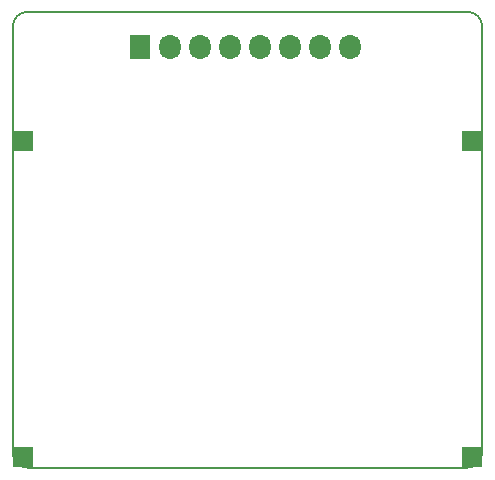
<source format=gbr>
%TF.GenerationSoftware,KiCad,Pcbnew,4.0.7*%
%TF.CreationDate,2019-01-12T03:56:20+05:00*%
%TF.ProjectId,Nokia1202_LCD,4E6F6B6961313230325F4C43442E6B69,0.1*%
%TF.FileFunction,Soldermask,Bot*%
%FSLAX46Y46*%
G04 Gerber Fmt 4.6, Leading zero omitted, Abs format (unit mm)*
G04 Created by KiCad (PCBNEW 4.0.7) date Sat Jan 12 03:56:20 2019*
%MOMM*%
%LPD*%
G01*
G04 APERTURE LIST*
%ADD10C,0.100000*%
%ADD11C,0.150000*%
%ADD12R,1.807200X2.112000*%
%ADD13O,1.807200X2.112000*%
%ADD14R,1.780000X1.780000*%
G04 APERTURE END LIST*
D10*
D11*
X127381000Y-212090000D02*
G75*
G03X126111000Y-210820000I-1270000J0D01*
G01*
X87630000Y-248158000D02*
G75*
G03X88900000Y-249428000I1270000J0D01*
G01*
X126111000Y-249428000D02*
G75*
G03X127381000Y-248158000I0J1270000D01*
G01*
X88900000Y-210820000D02*
G75*
G03X87630000Y-212090000I0J-1270000D01*
G01*
X87630000Y-248158000D02*
X87630000Y-212090000D01*
X126111000Y-249428000D02*
X88900000Y-249428000D01*
X127381000Y-212090000D02*
X127381000Y-248158000D01*
X88900000Y-210820000D02*
X126111000Y-210820000D01*
D12*
X98448000Y-213852000D03*
D13*
X100988000Y-213852000D03*
X103528000Y-213852000D03*
X106068000Y-213852000D03*
X108608000Y-213852000D03*
X111148000Y-213852000D03*
X113688000Y-213852000D03*
X116228000Y-213852000D03*
D14*
X88519000Y-248535700D03*
X126492000Y-248535700D03*
X88531700Y-221776800D03*
X126479300Y-221776800D03*
M02*

</source>
